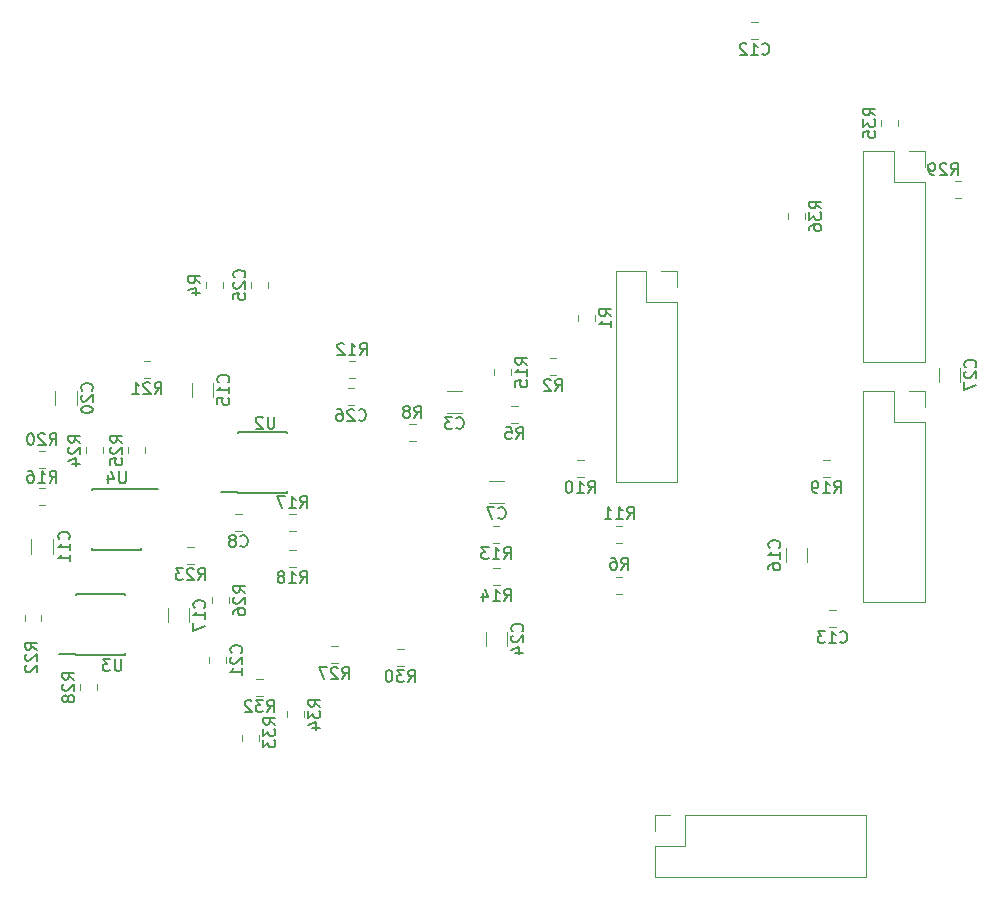
<source format=gbr>
G04 #@! TF.GenerationSoftware,KiCad,Pcbnew,(5.0.0)*
G04 #@! TF.CreationDate,2018-10-02T15:30:55-05:00*
G04 #@! TF.ProjectId,FinalDistCircuit,46696E616C4469737443697263756974,rev?*
G04 #@! TF.SameCoordinates,Original*
G04 #@! TF.FileFunction,Legend,Bot*
G04 #@! TF.FilePolarity,Positive*
%FSLAX46Y46*%
G04 Gerber Fmt 4.6, Leading zero omitted, Abs format (unit mm)*
G04 Created by KiCad (PCBNEW (5.0.0)) date 10/02/18 15:30:55*
%MOMM*%
%LPD*%
G01*
G04 APERTURE LIST*
%ADD10C,0.120000*%
%ADD11C,0.150000*%
G04 APERTURE END LIST*
D10*
G04 #@! TO.C,R28*
X61266000Y-162552748D02*
X61266000Y-163075252D01*
X62686000Y-162552748D02*
X62686000Y-163075252D01*
G04 #@! TO.C,R22*
X56567000Y-156710748D02*
X56567000Y-157233252D01*
X57987000Y-156710748D02*
X57987000Y-157233252D01*
G04 #@! TO.C,BridgeTonePot1*
X132775000Y-135315000D02*
X127575000Y-135315000D01*
X132775000Y-120015000D02*
X132775000Y-135315000D01*
X127575000Y-117415000D02*
X127575000Y-135315000D01*
X132775000Y-120015000D02*
X130175000Y-120015000D01*
X130175000Y-120015000D02*
X130175000Y-117415000D01*
X130175000Y-117415000D02*
X127575000Y-117415000D01*
X132775000Y-118745000D02*
X132775000Y-117415000D01*
X132775000Y-117415000D02*
X131445000Y-117415000D01*
G04 #@! TO.C,NeckTonePot1*
X132775000Y-137735000D02*
X131445000Y-137735000D01*
X132775000Y-139065000D02*
X132775000Y-137735000D01*
X130175000Y-137735000D02*
X127575000Y-137735000D01*
X130175000Y-140335000D02*
X130175000Y-137735000D01*
X132775000Y-140335000D02*
X130175000Y-140335000D01*
X127575000Y-137735000D02*
X127575000Y-155635000D01*
X132775000Y-140335000D02*
X132775000Y-155635000D01*
X132775000Y-155635000D02*
X127575000Y-155635000D01*
G04 #@! TO.C,BridgeVolPot1*
X111820000Y-127575000D02*
X110490000Y-127575000D01*
X111820000Y-128905000D02*
X111820000Y-127575000D01*
X109220000Y-127575000D02*
X106620000Y-127575000D01*
X109220000Y-130175000D02*
X109220000Y-127575000D01*
X111820000Y-130175000D02*
X109220000Y-130175000D01*
X106620000Y-127575000D02*
X106620000Y-145475000D01*
X111820000Y-130175000D02*
X111820000Y-145475000D01*
X111820000Y-145475000D02*
X106620000Y-145475000D01*
G04 #@! TO.C,C3*
X92361936Y-139594000D02*
X93566064Y-139594000D01*
X92361936Y-137774000D02*
X93566064Y-137774000D01*
G04 #@! TO.C,C7*
X95917936Y-145394000D02*
X97122064Y-145394000D01*
X95917936Y-147214000D02*
X97122064Y-147214000D01*
G04 #@! TO.C,C8*
X74414748Y-149554000D02*
X74937252Y-149554000D01*
X74414748Y-148134000D02*
X74937252Y-148134000D01*
G04 #@! TO.C,C11*
X57129000Y-150310436D02*
X57129000Y-151514564D01*
X58949000Y-150310436D02*
X58949000Y-151514564D01*
G04 #@! TO.C,C12*
X118102748Y-106478000D02*
X118625252Y-106478000D01*
X118102748Y-107898000D02*
X118625252Y-107898000D01*
G04 #@! TO.C,C13*
X124706748Y-156262000D02*
X125229252Y-156262000D01*
X124706748Y-157682000D02*
X125229252Y-157682000D01*
G04 #@! TO.C,C15*
X70718000Y-138233564D02*
X70718000Y-137029436D01*
X72538000Y-138233564D02*
X72538000Y-137029436D01*
G04 #@! TO.C,C16*
X121010000Y-151035936D02*
X121010000Y-152240064D01*
X122830000Y-151035936D02*
X122830000Y-152240064D01*
G04 #@! TO.C,C17*
X68686000Y-157320064D02*
X68686000Y-156115936D01*
X70506000Y-157320064D02*
X70506000Y-156115936D01*
G04 #@! TO.C,C20*
X60981000Y-138941564D02*
X60981000Y-137737436D01*
X59161000Y-138941564D02*
X59161000Y-137737436D01*
G04 #@! TO.C,C21*
X73608000Y-160789252D02*
X73608000Y-160266748D01*
X72188000Y-160789252D02*
X72188000Y-160266748D01*
G04 #@! TO.C,C24*
X97430000Y-159315564D02*
X97430000Y-158111436D01*
X95610000Y-159315564D02*
X95610000Y-158111436D01*
G04 #@! TO.C,C25*
X77164000Y-128507748D02*
X77164000Y-129030252D01*
X75744000Y-128507748D02*
X75744000Y-129030252D01*
G04 #@! TO.C,C26*
X83948748Y-138886000D02*
X84471252Y-138886000D01*
X83948748Y-137466000D02*
X84471252Y-137466000D01*
G04 #@! TO.C,C27*
X133964000Y-136963564D02*
X133964000Y-135759436D01*
X135784000Y-136963564D02*
X135784000Y-135759436D01*
G04 #@! TO.C,NeckVolumePot1*
X127822000Y-173676000D02*
X127822000Y-178876000D01*
X112522000Y-173676000D02*
X127822000Y-173676000D01*
X109922000Y-178876000D02*
X127822000Y-178876000D01*
X112522000Y-173676000D02*
X112522000Y-176276000D01*
X112522000Y-176276000D02*
X109922000Y-176276000D01*
X109922000Y-176276000D02*
X109922000Y-178876000D01*
X111252000Y-173676000D02*
X109922000Y-173676000D01*
X109922000Y-173676000D02*
X109922000Y-175006000D01*
G04 #@! TO.C,R1*
X103430000Y-131833252D02*
X103430000Y-131310748D01*
X104850000Y-131833252D02*
X104850000Y-131310748D01*
G04 #@! TO.C,R2*
X101075748Y-136346000D02*
X101598252Y-136346000D01*
X101075748Y-134926000D02*
X101598252Y-134926000D01*
G04 #@! TO.C,R4*
X73354000Y-128507748D02*
X73354000Y-129030252D01*
X71934000Y-128507748D02*
X71934000Y-129030252D01*
G04 #@! TO.C,R5*
X97782748Y-140410000D02*
X98305252Y-140410000D01*
X97782748Y-138990000D02*
X98305252Y-138990000D01*
G04 #@! TO.C,R6*
X107186252Y-153468000D02*
X106663748Y-153468000D01*
X107186252Y-154888000D02*
X106663748Y-154888000D01*
G04 #@! TO.C,R8*
X89669252Y-141934000D02*
X89146748Y-141934000D01*
X89669252Y-140514000D02*
X89146748Y-140514000D01*
G04 #@! TO.C,R10*
X103370748Y-143562000D02*
X103893252Y-143562000D01*
X103370748Y-144982000D02*
X103893252Y-144982000D01*
G04 #@! TO.C,R11*
X106663748Y-149150000D02*
X107186252Y-149150000D01*
X106663748Y-150570000D02*
X107186252Y-150570000D01*
G04 #@! TO.C,R12*
X84580252Y-135180000D02*
X84057748Y-135180000D01*
X84580252Y-136600000D02*
X84057748Y-136600000D01*
G04 #@! TO.C,R13*
X96249748Y-150570000D02*
X96772252Y-150570000D01*
X96249748Y-149150000D02*
X96772252Y-149150000D01*
G04 #@! TO.C,R14*
X96258748Y-152706000D02*
X96781252Y-152706000D01*
X96258748Y-154126000D02*
X96781252Y-154126000D01*
G04 #@! TO.C,R15*
X97738000Y-136405252D02*
X97738000Y-135882748D01*
X96318000Y-136405252D02*
X96318000Y-135882748D01*
G04 #@! TO.C,R16*
X58300252Y-145975000D02*
X57777748Y-145975000D01*
X58300252Y-147395000D02*
X57777748Y-147395000D01*
G04 #@! TO.C,R17*
X79509252Y-149554000D02*
X78986748Y-149554000D01*
X79509252Y-148134000D02*
X78986748Y-148134000D01*
G04 #@! TO.C,R18*
X78986748Y-152602000D02*
X79509252Y-152602000D01*
X78986748Y-151182000D02*
X79509252Y-151182000D01*
G04 #@! TO.C,R19*
X124198748Y-144982000D02*
X124721252Y-144982000D01*
X124198748Y-143562000D02*
X124721252Y-143562000D01*
G04 #@! TO.C,R20*
X58300252Y-142800000D02*
X57777748Y-142800000D01*
X58300252Y-144220000D02*
X57777748Y-144220000D01*
G04 #@! TO.C,R21*
X66676748Y-135180000D02*
X67199252Y-135180000D01*
X66676748Y-136600000D02*
X67199252Y-136600000D01*
G04 #@! TO.C,R23*
X70350748Y-152348000D02*
X70873252Y-152348000D01*
X70350748Y-150928000D02*
X70873252Y-150928000D01*
G04 #@! TO.C,R24*
X61774000Y-142486748D02*
X61774000Y-143009252D01*
X63194000Y-142486748D02*
X63194000Y-143009252D01*
G04 #@! TO.C,R25*
X65330000Y-142486748D02*
X65330000Y-143009252D01*
X66750000Y-142486748D02*
X66750000Y-143009252D01*
G04 #@! TO.C,R26*
X72442000Y-155709252D02*
X72442000Y-155186748D01*
X73862000Y-155709252D02*
X73862000Y-155186748D01*
G04 #@! TO.C,R27*
X82542748Y-159310000D02*
X83065252Y-159310000D01*
X82542748Y-160730000D02*
X83065252Y-160730000D01*
G04 #@! TO.C,R29*
X135888252Y-119940000D02*
X135365748Y-119940000D01*
X135888252Y-121360000D02*
X135365748Y-121360000D01*
G04 #@! TO.C,R30*
X88130748Y-159564000D02*
X88653252Y-159564000D01*
X88130748Y-160984000D02*
X88653252Y-160984000D01*
G04 #@! TO.C,R32*
X76192748Y-162104000D02*
X76715252Y-162104000D01*
X76192748Y-163524000D02*
X76715252Y-163524000D01*
G04 #@! TO.C,R33*
X74982000Y-167384252D02*
X74982000Y-166861748D01*
X76402000Y-167384252D02*
X76402000Y-166861748D01*
G04 #@! TO.C,R34*
X80212000Y-165361252D02*
X80212000Y-164838748D01*
X78792000Y-165361252D02*
X78792000Y-164838748D01*
G04 #@! TO.C,R35*
X130504000Y-114791748D02*
X130504000Y-115314252D01*
X129084000Y-114791748D02*
X129084000Y-115314252D01*
D11*
G04 #@! TO.C,U2*
X74633000Y-146289000D02*
X73233000Y-146289000D01*
X74633000Y-141189000D02*
X78783000Y-141189000D01*
X74633000Y-146339000D02*
X78783000Y-146339000D01*
X74633000Y-141189000D02*
X74633000Y-141334000D01*
X78783000Y-141189000D02*
X78783000Y-141334000D01*
X78783000Y-146339000D02*
X78783000Y-146194000D01*
X74633000Y-146339000D02*
X74633000Y-146289000D01*
G04 #@! TO.C,U3*
X60917000Y-160005000D02*
X59517000Y-160005000D01*
X60917000Y-154905000D02*
X65067000Y-154905000D01*
X60917000Y-160055000D02*
X65067000Y-160055000D01*
X60917000Y-154905000D02*
X60917000Y-155050000D01*
X65067000Y-154905000D02*
X65067000Y-155050000D01*
X65067000Y-160055000D02*
X65067000Y-159910000D01*
X60917000Y-160055000D02*
X60917000Y-160005000D01*
G04 #@! TO.C,U4*
X66464000Y-146015000D02*
X66464000Y-146065000D01*
X62314000Y-146015000D02*
X62314000Y-146160000D01*
X62314000Y-151165000D02*
X62314000Y-151020000D01*
X66464000Y-151165000D02*
X66464000Y-151020000D01*
X66464000Y-146015000D02*
X62314000Y-146015000D01*
X66464000Y-151165000D02*
X62314000Y-151165000D01*
X66464000Y-146065000D02*
X67864000Y-146065000D01*
D10*
G04 #@! TO.C,R36*
X122630000Y-123188252D02*
X122630000Y-122665748D01*
X121210000Y-123188252D02*
X121210000Y-122665748D01*
G04 #@! TO.C,R28*
D11*
X60778380Y-162171142D02*
X60302190Y-161837809D01*
X60778380Y-161599714D02*
X59778380Y-161599714D01*
X59778380Y-161980666D01*
X59826000Y-162075904D01*
X59873619Y-162123523D01*
X59968857Y-162171142D01*
X60111714Y-162171142D01*
X60206952Y-162123523D01*
X60254571Y-162075904D01*
X60302190Y-161980666D01*
X60302190Y-161599714D01*
X59873619Y-162552095D02*
X59826000Y-162599714D01*
X59778380Y-162694952D01*
X59778380Y-162933047D01*
X59826000Y-163028285D01*
X59873619Y-163075904D01*
X59968857Y-163123523D01*
X60064095Y-163123523D01*
X60206952Y-163075904D01*
X60778380Y-162504476D01*
X60778380Y-163123523D01*
X60206952Y-163694952D02*
X60159333Y-163599714D01*
X60111714Y-163552095D01*
X60016476Y-163504476D01*
X59968857Y-163504476D01*
X59873619Y-163552095D01*
X59826000Y-163599714D01*
X59778380Y-163694952D01*
X59778380Y-163885428D01*
X59826000Y-163980666D01*
X59873619Y-164028285D01*
X59968857Y-164075904D01*
X60016476Y-164075904D01*
X60111714Y-164028285D01*
X60159333Y-163980666D01*
X60206952Y-163885428D01*
X60206952Y-163694952D01*
X60254571Y-163599714D01*
X60302190Y-163552095D01*
X60397428Y-163504476D01*
X60587904Y-163504476D01*
X60683142Y-163552095D01*
X60730761Y-163599714D01*
X60778380Y-163694952D01*
X60778380Y-163885428D01*
X60730761Y-163980666D01*
X60683142Y-164028285D01*
X60587904Y-164075904D01*
X60397428Y-164075904D01*
X60302190Y-164028285D01*
X60254571Y-163980666D01*
X60206952Y-163885428D01*
G04 #@! TO.C,R22*
X57602380Y-159631142D02*
X57126190Y-159297809D01*
X57602380Y-159059714D02*
X56602380Y-159059714D01*
X56602380Y-159440666D01*
X56650000Y-159535904D01*
X56697619Y-159583523D01*
X56792857Y-159631142D01*
X56935714Y-159631142D01*
X57030952Y-159583523D01*
X57078571Y-159535904D01*
X57126190Y-159440666D01*
X57126190Y-159059714D01*
X56697619Y-160012095D02*
X56650000Y-160059714D01*
X56602380Y-160154952D01*
X56602380Y-160393047D01*
X56650000Y-160488285D01*
X56697619Y-160535904D01*
X56792857Y-160583523D01*
X56888095Y-160583523D01*
X57030952Y-160535904D01*
X57602380Y-159964476D01*
X57602380Y-160583523D01*
X56697619Y-160964476D02*
X56650000Y-161012095D01*
X56602380Y-161107333D01*
X56602380Y-161345428D01*
X56650000Y-161440666D01*
X56697619Y-161488285D01*
X56792857Y-161535904D01*
X56888095Y-161535904D01*
X57030952Y-161488285D01*
X57602380Y-160916857D01*
X57602380Y-161535904D01*
G04 #@! TO.C,C3*
X93130666Y-140861142D02*
X93178285Y-140908761D01*
X93321142Y-140956380D01*
X93416380Y-140956380D01*
X93559238Y-140908761D01*
X93654476Y-140813523D01*
X93702095Y-140718285D01*
X93749714Y-140527809D01*
X93749714Y-140384952D01*
X93702095Y-140194476D01*
X93654476Y-140099238D01*
X93559238Y-140004000D01*
X93416380Y-139956380D01*
X93321142Y-139956380D01*
X93178285Y-140004000D01*
X93130666Y-140051619D01*
X92797333Y-139956380D02*
X92178285Y-139956380D01*
X92511619Y-140337333D01*
X92368761Y-140337333D01*
X92273523Y-140384952D01*
X92225904Y-140432571D01*
X92178285Y-140527809D01*
X92178285Y-140765904D01*
X92225904Y-140861142D01*
X92273523Y-140908761D01*
X92368761Y-140956380D01*
X92654476Y-140956380D01*
X92749714Y-140908761D01*
X92797333Y-140861142D01*
G04 #@! TO.C,C7*
X96686666Y-148481142D02*
X96734285Y-148528761D01*
X96877142Y-148576380D01*
X96972380Y-148576380D01*
X97115238Y-148528761D01*
X97210476Y-148433523D01*
X97258095Y-148338285D01*
X97305714Y-148147809D01*
X97305714Y-148004952D01*
X97258095Y-147814476D01*
X97210476Y-147719238D01*
X97115238Y-147624000D01*
X96972380Y-147576380D01*
X96877142Y-147576380D01*
X96734285Y-147624000D01*
X96686666Y-147671619D01*
X96353333Y-147576380D02*
X95686666Y-147576380D01*
X96115238Y-148576380D01*
G04 #@! TO.C,C8*
X74842666Y-150851142D02*
X74890285Y-150898761D01*
X75033142Y-150946380D01*
X75128380Y-150946380D01*
X75271238Y-150898761D01*
X75366476Y-150803523D01*
X75414095Y-150708285D01*
X75461714Y-150517809D01*
X75461714Y-150374952D01*
X75414095Y-150184476D01*
X75366476Y-150089238D01*
X75271238Y-149994000D01*
X75128380Y-149946380D01*
X75033142Y-149946380D01*
X74890285Y-149994000D01*
X74842666Y-150041619D01*
X74271238Y-150374952D02*
X74366476Y-150327333D01*
X74414095Y-150279714D01*
X74461714Y-150184476D01*
X74461714Y-150136857D01*
X74414095Y-150041619D01*
X74366476Y-149994000D01*
X74271238Y-149946380D01*
X74080761Y-149946380D01*
X73985523Y-149994000D01*
X73937904Y-150041619D01*
X73890285Y-150136857D01*
X73890285Y-150184476D01*
X73937904Y-150279714D01*
X73985523Y-150327333D01*
X74080761Y-150374952D01*
X74271238Y-150374952D01*
X74366476Y-150422571D01*
X74414095Y-150470190D01*
X74461714Y-150565428D01*
X74461714Y-150755904D01*
X74414095Y-150851142D01*
X74366476Y-150898761D01*
X74271238Y-150946380D01*
X74080761Y-150946380D01*
X73985523Y-150898761D01*
X73937904Y-150851142D01*
X73890285Y-150755904D01*
X73890285Y-150565428D01*
X73937904Y-150470190D01*
X73985523Y-150422571D01*
X74080761Y-150374952D01*
G04 #@! TO.C,C11*
X60301142Y-150269642D02*
X60348761Y-150222023D01*
X60396380Y-150079166D01*
X60396380Y-149983928D01*
X60348761Y-149841071D01*
X60253523Y-149745833D01*
X60158285Y-149698214D01*
X59967809Y-149650595D01*
X59824952Y-149650595D01*
X59634476Y-149698214D01*
X59539238Y-149745833D01*
X59444000Y-149841071D01*
X59396380Y-149983928D01*
X59396380Y-150079166D01*
X59444000Y-150222023D01*
X59491619Y-150269642D01*
X60396380Y-151222023D02*
X60396380Y-150650595D01*
X60396380Y-150936309D02*
X59396380Y-150936309D01*
X59539238Y-150841071D01*
X59634476Y-150745833D01*
X59682095Y-150650595D01*
X60396380Y-152174404D02*
X60396380Y-151602976D01*
X60396380Y-151888690D02*
X59396380Y-151888690D01*
X59539238Y-151793452D01*
X59634476Y-151698214D01*
X59682095Y-151602976D01*
G04 #@! TO.C,C12*
X119006857Y-109195142D02*
X119054476Y-109242761D01*
X119197333Y-109290380D01*
X119292571Y-109290380D01*
X119435428Y-109242761D01*
X119530666Y-109147523D01*
X119578285Y-109052285D01*
X119625904Y-108861809D01*
X119625904Y-108718952D01*
X119578285Y-108528476D01*
X119530666Y-108433238D01*
X119435428Y-108338000D01*
X119292571Y-108290380D01*
X119197333Y-108290380D01*
X119054476Y-108338000D01*
X119006857Y-108385619D01*
X118054476Y-109290380D02*
X118625904Y-109290380D01*
X118340190Y-109290380D02*
X118340190Y-108290380D01*
X118435428Y-108433238D01*
X118530666Y-108528476D01*
X118625904Y-108576095D01*
X117673523Y-108385619D02*
X117625904Y-108338000D01*
X117530666Y-108290380D01*
X117292571Y-108290380D01*
X117197333Y-108338000D01*
X117149714Y-108385619D01*
X117102095Y-108480857D01*
X117102095Y-108576095D01*
X117149714Y-108718952D01*
X117721142Y-109290380D01*
X117102095Y-109290380D01*
G04 #@! TO.C,C13*
X125610857Y-158979142D02*
X125658476Y-159026761D01*
X125801333Y-159074380D01*
X125896571Y-159074380D01*
X126039428Y-159026761D01*
X126134666Y-158931523D01*
X126182285Y-158836285D01*
X126229904Y-158645809D01*
X126229904Y-158502952D01*
X126182285Y-158312476D01*
X126134666Y-158217238D01*
X126039428Y-158122000D01*
X125896571Y-158074380D01*
X125801333Y-158074380D01*
X125658476Y-158122000D01*
X125610857Y-158169619D01*
X124658476Y-159074380D02*
X125229904Y-159074380D01*
X124944190Y-159074380D02*
X124944190Y-158074380D01*
X125039428Y-158217238D01*
X125134666Y-158312476D01*
X125229904Y-158360095D01*
X124325142Y-158074380D02*
X123706095Y-158074380D01*
X124039428Y-158455333D01*
X123896571Y-158455333D01*
X123801333Y-158502952D01*
X123753714Y-158550571D01*
X123706095Y-158645809D01*
X123706095Y-158883904D01*
X123753714Y-158979142D01*
X123801333Y-159026761D01*
X123896571Y-159074380D01*
X124182285Y-159074380D01*
X124277523Y-159026761D01*
X124325142Y-158979142D01*
G04 #@! TO.C,C15*
X73805142Y-136988642D02*
X73852761Y-136941023D01*
X73900380Y-136798166D01*
X73900380Y-136702928D01*
X73852761Y-136560071D01*
X73757523Y-136464833D01*
X73662285Y-136417214D01*
X73471809Y-136369595D01*
X73328952Y-136369595D01*
X73138476Y-136417214D01*
X73043238Y-136464833D01*
X72948000Y-136560071D01*
X72900380Y-136702928D01*
X72900380Y-136798166D01*
X72948000Y-136941023D01*
X72995619Y-136988642D01*
X73900380Y-137941023D02*
X73900380Y-137369595D01*
X73900380Y-137655309D02*
X72900380Y-137655309D01*
X73043238Y-137560071D01*
X73138476Y-137464833D01*
X73186095Y-137369595D01*
X72900380Y-138845785D02*
X72900380Y-138369595D01*
X73376571Y-138321976D01*
X73328952Y-138369595D01*
X73281333Y-138464833D01*
X73281333Y-138702928D01*
X73328952Y-138798166D01*
X73376571Y-138845785D01*
X73471809Y-138893404D01*
X73709904Y-138893404D01*
X73805142Y-138845785D01*
X73852761Y-138798166D01*
X73900380Y-138702928D01*
X73900380Y-138464833D01*
X73852761Y-138369595D01*
X73805142Y-138321976D01*
G04 #@! TO.C,C16*
X120457142Y-150995142D02*
X120504761Y-150947523D01*
X120552380Y-150804666D01*
X120552380Y-150709428D01*
X120504761Y-150566571D01*
X120409523Y-150471333D01*
X120314285Y-150423714D01*
X120123809Y-150376095D01*
X119980952Y-150376095D01*
X119790476Y-150423714D01*
X119695238Y-150471333D01*
X119600000Y-150566571D01*
X119552380Y-150709428D01*
X119552380Y-150804666D01*
X119600000Y-150947523D01*
X119647619Y-150995142D01*
X120552380Y-151947523D02*
X120552380Y-151376095D01*
X120552380Y-151661809D02*
X119552380Y-151661809D01*
X119695238Y-151566571D01*
X119790476Y-151471333D01*
X119838095Y-151376095D01*
X119552380Y-152804666D02*
X119552380Y-152614190D01*
X119600000Y-152518952D01*
X119647619Y-152471333D01*
X119790476Y-152376095D01*
X119980952Y-152328476D01*
X120361904Y-152328476D01*
X120457142Y-152376095D01*
X120504761Y-152423714D01*
X120552380Y-152518952D01*
X120552380Y-152709428D01*
X120504761Y-152804666D01*
X120457142Y-152852285D01*
X120361904Y-152899904D01*
X120123809Y-152899904D01*
X120028571Y-152852285D01*
X119980952Y-152804666D01*
X119933333Y-152709428D01*
X119933333Y-152518952D01*
X119980952Y-152423714D01*
X120028571Y-152376095D01*
X120123809Y-152328476D01*
G04 #@! TO.C,C17*
X71773142Y-156075142D02*
X71820761Y-156027523D01*
X71868380Y-155884666D01*
X71868380Y-155789428D01*
X71820761Y-155646571D01*
X71725523Y-155551333D01*
X71630285Y-155503714D01*
X71439809Y-155456095D01*
X71296952Y-155456095D01*
X71106476Y-155503714D01*
X71011238Y-155551333D01*
X70916000Y-155646571D01*
X70868380Y-155789428D01*
X70868380Y-155884666D01*
X70916000Y-156027523D01*
X70963619Y-156075142D01*
X71868380Y-157027523D02*
X71868380Y-156456095D01*
X71868380Y-156741809D02*
X70868380Y-156741809D01*
X71011238Y-156646571D01*
X71106476Y-156551333D01*
X71154095Y-156456095D01*
X70868380Y-157360857D02*
X70868380Y-158027523D01*
X71868380Y-157598952D01*
G04 #@! TO.C,C20*
X62248142Y-137696642D02*
X62295761Y-137649023D01*
X62343380Y-137506166D01*
X62343380Y-137410928D01*
X62295761Y-137268071D01*
X62200523Y-137172833D01*
X62105285Y-137125214D01*
X61914809Y-137077595D01*
X61771952Y-137077595D01*
X61581476Y-137125214D01*
X61486238Y-137172833D01*
X61391000Y-137268071D01*
X61343380Y-137410928D01*
X61343380Y-137506166D01*
X61391000Y-137649023D01*
X61438619Y-137696642D01*
X61438619Y-138077595D02*
X61391000Y-138125214D01*
X61343380Y-138220452D01*
X61343380Y-138458547D01*
X61391000Y-138553785D01*
X61438619Y-138601404D01*
X61533857Y-138649023D01*
X61629095Y-138649023D01*
X61771952Y-138601404D01*
X62343380Y-138029976D01*
X62343380Y-138649023D01*
X61343380Y-139268071D02*
X61343380Y-139363309D01*
X61391000Y-139458547D01*
X61438619Y-139506166D01*
X61533857Y-139553785D01*
X61724333Y-139601404D01*
X61962428Y-139601404D01*
X62152904Y-139553785D01*
X62248142Y-139506166D01*
X62295761Y-139458547D01*
X62343380Y-139363309D01*
X62343380Y-139268071D01*
X62295761Y-139172833D01*
X62248142Y-139125214D01*
X62152904Y-139077595D01*
X61962428Y-139029976D01*
X61724333Y-139029976D01*
X61533857Y-139077595D01*
X61438619Y-139125214D01*
X61391000Y-139172833D01*
X61343380Y-139268071D01*
G04 #@! TO.C,C21*
X74905142Y-159885142D02*
X74952761Y-159837523D01*
X75000380Y-159694666D01*
X75000380Y-159599428D01*
X74952761Y-159456571D01*
X74857523Y-159361333D01*
X74762285Y-159313714D01*
X74571809Y-159266095D01*
X74428952Y-159266095D01*
X74238476Y-159313714D01*
X74143238Y-159361333D01*
X74048000Y-159456571D01*
X74000380Y-159599428D01*
X74000380Y-159694666D01*
X74048000Y-159837523D01*
X74095619Y-159885142D01*
X74095619Y-160266095D02*
X74048000Y-160313714D01*
X74000380Y-160408952D01*
X74000380Y-160647047D01*
X74048000Y-160742285D01*
X74095619Y-160789904D01*
X74190857Y-160837523D01*
X74286095Y-160837523D01*
X74428952Y-160789904D01*
X75000380Y-160218476D01*
X75000380Y-160837523D01*
X75000380Y-161789904D02*
X75000380Y-161218476D01*
X75000380Y-161504190D02*
X74000380Y-161504190D01*
X74143238Y-161408952D01*
X74238476Y-161313714D01*
X74286095Y-161218476D01*
G04 #@! TO.C,C24*
X98697142Y-158070642D02*
X98744761Y-158023023D01*
X98792380Y-157880166D01*
X98792380Y-157784928D01*
X98744761Y-157642071D01*
X98649523Y-157546833D01*
X98554285Y-157499214D01*
X98363809Y-157451595D01*
X98220952Y-157451595D01*
X98030476Y-157499214D01*
X97935238Y-157546833D01*
X97840000Y-157642071D01*
X97792380Y-157784928D01*
X97792380Y-157880166D01*
X97840000Y-158023023D01*
X97887619Y-158070642D01*
X97887619Y-158451595D02*
X97840000Y-158499214D01*
X97792380Y-158594452D01*
X97792380Y-158832547D01*
X97840000Y-158927785D01*
X97887619Y-158975404D01*
X97982857Y-159023023D01*
X98078095Y-159023023D01*
X98220952Y-158975404D01*
X98792380Y-158403976D01*
X98792380Y-159023023D01*
X98125714Y-159880166D02*
X98792380Y-159880166D01*
X97744761Y-159642071D02*
X98459047Y-159403976D01*
X98459047Y-160023023D01*
G04 #@! TO.C,C25*
X75161142Y-128126142D02*
X75208761Y-128078523D01*
X75256380Y-127935666D01*
X75256380Y-127840428D01*
X75208761Y-127697571D01*
X75113523Y-127602333D01*
X75018285Y-127554714D01*
X74827809Y-127507095D01*
X74684952Y-127507095D01*
X74494476Y-127554714D01*
X74399238Y-127602333D01*
X74304000Y-127697571D01*
X74256380Y-127840428D01*
X74256380Y-127935666D01*
X74304000Y-128078523D01*
X74351619Y-128126142D01*
X74351619Y-128507095D02*
X74304000Y-128554714D01*
X74256380Y-128649952D01*
X74256380Y-128888047D01*
X74304000Y-128983285D01*
X74351619Y-129030904D01*
X74446857Y-129078523D01*
X74542095Y-129078523D01*
X74684952Y-129030904D01*
X75256380Y-128459476D01*
X75256380Y-129078523D01*
X74256380Y-129983285D02*
X74256380Y-129507095D01*
X74732571Y-129459476D01*
X74684952Y-129507095D01*
X74637333Y-129602333D01*
X74637333Y-129840428D01*
X74684952Y-129935666D01*
X74732571Y-129983285D01*
X74827809Y-130030904D01*
X75065904Y-130030904D01*
X75161142Y-129983285D01*
X75208761Y-129935666D01*
X75256380Y-129840428D01*
X75256380Y-129602333D01*
X75208761Y-129507095D01*
X75161142Y-129459476D01*
G04 #@! TO.C,C26*
X84852857Y-140183142D02*
X84900476Y-140230761D01*
X85043333Y-140278380D01*
X85138571Y-140278380D01*
X85281428Y-140230761D01*
X85376666Y-140135523D01*
X85424285Y-140040285D01*
X85471904Y-139849809D01*
X85471904Y-139706952D01*
X85424285Y-139516476D01*
X85376666Y-139421238D01*
X85281428Y-139326000D01*
X85138571Y-139278380D01*
X85043333Y-139278380D01*
X84900476Y-139326000D01*
X84852857Y-139373619D01*
X84471904Y-139373619D02*
X84424285Y-139326000D01*
X84329047Y-139278380D01*
X84090952Y-139278380D01*
X83995714Y-139326000D01*
X83948095Y-139373619D01*
X83900476Y-139468857D01*
X83900476Y-139564095D01*
X83948095Y-139706952D01*
X84519523Y-140278380D01*
X83900476Y-140278380D01*
X83043333Y-139278380D02*
X83233809Y-139278380D01*
X83329047Y-139326000D01*
X83376666Y-139373619D01*
X83471904Y-139516476D01*
X83519523Y-139706952D01*
X83519523Y-140087904D01*
X83471904Y-140183142D01*
X83424285Y-140230761D01*
X83329047Y-140278380D01*
X83138571Y-140278380D01*
X83043333Y-140230761D01*
X82995714Y-140183142D01*
X82948095Y-140087904D01*
X82948095Y-139849809D01*
X82995714Y-139754571D01*
X83043333Y-139706952D01*
X83138571Y-139659333D01*
X83329047Y-139659333D01*
X83424285Y-139706952D01*
X83471904Y-139754571D01*
X83519523Y-139849809D01*
G04 #@! TO.C,C27*
X137051142Y-135718642D02*
X137098761Y-135671023D01*
X137146380Y-135528166D01*
X137146380Y-135432928D01*
X137098761Y-135290071D01*
X137003523Y-135194833D01*
X136908285Y-135147214D01*
X136717809Y-135099595D01*
X136574952Y-135099595D01*
X136384476Y-135147214D01*
X136289238Y-135194833D01*
X136194000Y-135290071D01*
X136146380Y-135432928D01*
X136146380Y-135528166D01*
X136194000Y-135671023D01*
X136241619Y-135718642D01*
X136241619Y-136099595D02*
X136194000Y-136147214D01*
X136146380Y-136242452D01*
X136146380Y-136480547D01*
X136194000Y-136575785D01*
X136241619Y-136623404D01*
X136336857Y-136671023D01*
X136432095Y-136671023D01*
X136574952Y-136623404D01*
X137146380Y-136051976D01*
X137146380Y-136671023D01*
X136146380Y-137004357D02*
X136146380Y-137671023D01*
X137146380Y-137242452D01*
G04 #@! TO.C,R1*
X106242380Y-131405333D02*
X105766190Y-131072000D01*
X106242380Y-130833904D02*
X105242380Y-130833904D01*
X105242380Y-131214857D01*
X105290000Y-131310095D01*
X105337619Y-131357714D01*
X105432857Y-131405333D01*
X105575714Y-131405333D01*
X105670952Y-131357714D01*
X105718571Y-131310095D01*
X105766190Y-131214857D01*
X105766190Y-130833904D01*
X106242380Y-132357714D02*
X106242380Y-131786285D01*
X106242380Y-132072000D02*
X105242380Y-132072000D01*
X105385238Y-131976761D01*
X105480476Y-131881523D01*
X105528095Y-131786285D01*
G04 #@! TO.C,R2*
X101503666Y-137738380D02*
X101837000Y-137262190D01*
X102075095Y-137738380D02*
X102075095Y-136738380D01*
X101694142Y-136738380D01*
X101598904Y-136786000D01*
X101551285Y-136833619D01*
X101503666Y-136928857D01*
X101503666Y-137071714D01*
X101551285Y-137166952D01*
X101598904Y-137214571D01*
X101694142Y-137262190D01*
X102075095Y-137262190D01*
X101122714Y-136833619D02*
X101075095Y-136786000D01*
X100979857Y-136738380D01*
X100741761Y-136738380D01*
X100646523Y-136786000D01*
X100598904Y-136833619D01*
X100551285Y-136928857D01*
X100551285Y-137024095D01*
X100598904Y-137166952D01*
X101170333Y-137738380D01*
X100551285Y-137738380D01*
G04 #@! TO.C,R4*
X71446380Y-128602333D02*
X70970190Y-128269000D01*
X71446380Y-128030904D02*
X70446380Y-128030904D01*
X70446380Y-128411857D01*
X70494000Y-128507095D01*
X70541619Y-128554714D01*
X70636857Y-128602333D01*
X70779714Y-128602333D01*
X70874952Y-128554714D01*
X70922571Y-128507095D01*
X70970190Y-128411857D01*
X70970190Y-128030904D01*
X70779714Y-129459476D02*
X71446380Y-129459476D01*
X70398761Y-129221380D02*
X71113047Y-128983285D01*
X71113047Y-129602333D01*
G04 #@! TO.C,R5*
X98210666Y-141802380D02*
X98544000Y-141326190D01*
X98782095Y-141802380D02*
X98782095Y-140802380D01*
X98401142Y-140802380D01*
X98305904Y-140850000D01*
X98258285Y-140897619D01*
X98210666Y-140992857D01*
X98210666Y-141135714D01*
X98258285Y-141230952D01*
X98305904Y-141278571D01*
X98401142Y-141326190D01*
X98782095Y-141326190D01*
X97305904Y-140802380D02*
X97782095Y-140802380D01*
X97829714Y-141278571D01*
X97782095Y-141230952D01*
X97686857Y-141183333D01*
X97448761Y-141183333D01*
X97353523Y-141230952D01*
X97305904Y-141278571D01*
X97258285Y-141373809D01*
X97258285Y-141611904D01*
X97305904Y-141707142D01*
X97353523Y-141754761D01*
X97448761Y-141802380D01*
X97686857Y-141802380D01*
X97782095Y-141754761D01*
X97829714Y-141707142D01*
G04 #@! TO.C,R6*
X107091666Y-152852380D02*
X107425000Y-152376190D01*
X107663095Y-152852380D02*
X107663095Y-151852380D01*
X107282142Y-151852380D01*
X107186904Y-151900000D01*
X107139285Y-151947619D01*
X107091666Y-152042857D01*
X107091666Y-152185714D01*
X107139285Y-152280952D01*
X107186904Y-152328571D01*
X107282142Y-152376190D01*
X107663095Y-152376190D01*
X106234523Y-151852380D02*
X106425000Y-151852380D01*
X106520238Y-151900000D01*
X106567857Y-151947619D01*
X106663095Y-152090476D01*
X106710714Y-152280952D01*
X106710714Y-152661904D01*
X106663095Y-152757142D01*
X106615476Y-152804761D01*
X106520238Y-152852380D01*
X106329761Y-152852380D01*
X106234523Y-152804761D01*
X106186904Y-152757142D01*
X106139285Y-152661904D01*
X106139285Y-152423809D01*
X106186904Y-152328571D01*
X106234523Y-152280952D01*
X106329761Y-152233333D01*
X106520238Y-152233333D01*
X106615476Y-152280952D01*
X106663095Y-152328571D01*
X106710714Y-152423809D01*
G04 #@! TO.C,R8*
X89574666Y-140026380D02*
X89908000Y-139550190D01*
X90146095Y-140026380D02*
X90146095Y-139026380D01*
X89765142Y-139026380D01*
X89669904Y-139074000D01*
X89622285Y-139121619D01*
X89574666Y-139216857D01*
X89574666Y-139359714D01*
X89622285Y-139454952D01*
X89669904Y-139502571D01*
X89765142Y-139550190D01*
X90146095Y-139550190D01*
X89003238Y-139454952D02*
X89098476Y-139407333D01*
X89146095Y-139359714D01*
X89193714Y-139264476D01*
X89193714Y-139216857D01*
X89146095Y-139121619D01*
X89098476Y-139074000D01*
X89003238Y-139026380D01*
X88812761Y-139026380D01*
X88717523Y-139074000D01*
X88669904Y-139121619D01*
X88622285Y-139216857D01*
X88622285Y-139264476D01*
X88669904Y-139359714D01*
X88717523Y-139407333D01*
X88812761Y-139454952D01*
X89003238Y-139454952D01*
X89098476Y-139502571D01*
X89146095Y-139550190D01*
X89193714Y-139645428D01*
X89193714Y-139835904D01*
X89146095Y-139931142D01*
X89098476Y-139978761D01*
X89003238Y-140026380D01*
X88812761Y-140026380D01*
X88717523Y-139978761D01*
X88669904Y-139931142D01*
X88622285Y-139835904D01*
X88622285Y-139645428D01*
X88669904Y-139550190D01*
X88717523Y-139502571D01*
X88812761Y-139454952D01*
G04 #@! TO.C,R10*
X104274857Y-146374380D02*
X104608190Y-145898190D01*
X104846285Y-146374380D02*
X104846285Y-145374380D01*
X104465333Y-145374380D01*
X104370095Y-145422000D01*
X104322476Y-145469619D01*
X104274857Y-145564857D01*
X104274857Y-145707714D01*
X104322476Y-145802952D01*
X104370095Y-145850571D01*
X104465333Y-145898190D01*
X104846285Y-145898190D01*
X103322476Y-146374380D02*
X103893904Y-146374380D01*
X103608190Y-146374380D02*
X103608190Y-145374380D01*
X103703428Y-145517238D01*
X103798666Y-145612476D01*
X103893904Y-145660095D01*
X102703428Y-145374380D02*
X102608190Y-145374380D01*
X102512952Y-145422000D01*
X102465333Y-145469619D01*
X102417714Y-145564857D01*
X102370095Y-145755333D01*
X102370095Y-145993428D01*
X102417714Y-146183904D01*
X102465333Y-146279142D01*
X102512952Y-146326761D01*
X102608190Y-146374380D01*
X102703428Y-146374380D01*
X102798666Y-146326761D01*
X102846285Y-146279142D01*
X102893904Y-146183904D01*
X102941523Y-145993428D01*
X102941523Y-145755333D01*
X102893904Y-145564857D01*
X102846285Y-145469619D01*
X102798666Y-145422000D01*
X102703428Y-145374380D01*
G04 #@! TO.C,R11*
X107576857Y-148534380D02*
X107910190Y-148058190D01*
X108148285Y-148534380D02*
X108148285Y-147534380D01*
X107767333Y-147534380D01*
X107672095Y-147582000D01*
X107624476Y-147629619D01*
X107576857Y-147724857D01*
X107576857Y-147867714D01*
X107624476Y-147962952D01*
X107672095Y-148010571D01*
X107767333Y-148058190D01*
X108148285Y-148058190D01*
X106624476Y-148534380D02*
X107195904Y-148534380D01*
X106910190Y-148534380D02*
X106910190Y-147534380D01*
X107005428Y-147677238D01*
X107100666Y-147772476D01*
X107195904Y-147820095D01*
X105672095Y-148534380D02*
X106243523Y-148534380D01*
X105957809Y-148534380D02*
X105957809Y-147534380D01*
X106053047Y-147677238D01*
X106148285Y-147772476D01*
X106243523Y-147820095D01*
G04 #@! TO.C,R12*
X84961857Y-134692380D02*
X85295190Y-134216190D01*
X85533285Y-134692380D02*
X85533285Y-133692380D01*
X85152333Y-133692380D01*
X85057095Y-133740000D01*
X85009476Y-133787619D01*
X84961857Y-133882857D01*
X84961857Y-134025714D01*
X85009476Y-134120952D01*
X85057095Y-134168571D01*
X85152333Y-134216190D01*
X85533285Y-134216190D01*
X84009476Y-134692380D02*
X84580904Y-134692380D01*
X84295190Y-134692380D02*
X84295190Y-133692380D01*
X84390428Y-133835238D01*
X84485666Y-133930476D01*
X84580904Y-133978095D01*
X83628523Y-133787619D02*
X83580904Y-133740000D01*
X83485666Y-133692380D01*
X83247571Y-133692380D01*
X83152333Y-133740000D01*
X83104714Y-133787619D01*
X83057095Y-133882857D01*
X83057095Y-133978095D01*
X83104714Y-134120952D01*
X83676142Y-134692380D01*
X83057095Y-134692380D01*
G04 #@! TO.C,R13*
X97153857Y-151962380D02*
X97487190Y-151486190D01*
X97725285Y-151962380D02*
X97725285Y-150962380D01*
X97344333Y-150962380D01*
X97249095Y-151010000D01*
X97201476Y-151057619D01*
X97153857Y-151152857D01*
X97153857Y-151295714D01*
X97201476Y-151390952D01*
X97249095Y-151438571D01*
X97344333Y-151486190D01*
X97725285Y-151486190D01*
X96201476Y-151962380D02*
X96772904Y-151962380D01*
X96487190Y-151962380D02*
X96487190Y-150962380D01*
X96582428Y-151105238D01*
X96677666Y-151200476D01*
X96772904Y-151248095D01*
X95868142Y-150962380D02*
X95249095Y-150962380D01*
X95582428Y-151343333D01*
X95439571Y-151343333D01*
X95344333Y-151390952D01*
X95296714Y-151438571D01*
X95249095Y-151533809D01*
X95249095Y-151771904D01*
X95296714Y-151867142D01*
X95344333Y-151914761D01*
X95439571Y-151962380D01*
X95725285Y-151962380D01*
X95820523Y-151914761D01*
X95868142Y-151867142D01*
G04 #@! TO.C,R14*
X97162857Y-155518380D02*
X97496190Y-155042190D01*
X97734285Y-155518380D02*
X97734285Y-154518380D01*
X97353333Y-154518380D01*
X97258095Y-154566000D01*
X97210476Y-154613619D01*
X97162857Y-154708857D01*
X97162857Y-154851714D01*
X97210476Y-154946952D01*
X97258095Y-154994571D01*
X97353333Y-155042190D01*
X97734285Y-155042190D01*
X96210476Y-155518380D02*
X96781904Y-155518380D01*
X96496190Y-155518380D02*
X96496190Y-154518380D01*
X96591428Y-154661238D01*
X96686666Y-154756476D01*
X96781904Y-154804095D01*
X95353333Y-154851714D02*
X95353333Y-155518380D01*
X95591428Y-154470761D02*
X95829523Y-155185047D01*
X95210476Y-155185047D01*
G04 #@! TO.C,R15*
X99130380Y-135501142D02*
X98654190Y-135167809D01*
X99130380Y-134929714D02*
X98130380Y-134929714D01*
X98130380Y-135310666D01*
X98178000Y-135405904D01*
X98225619Y-135453523D01*
X98320857Y-135501142D01*
X98463714Y-135501142D01*
X98558952Y-135453523D01*
X98606571Y-135405904D01*
X98654190Y-135310666D01*
X98654190Y-134929714D01*
X99130380Y-136453523D02*
X99130380Y-135882095D01*
X99130380Y-136167809D02*
X98130380Y-136167809D01*
X98273238Y-136072571D01*
X98368476Y-135977333D01*
X98416095Y-135882095D01*
X98130380Y-137358285D02*
X98130380Y-136882095D01*
X98606571Y-136834476D01*
X98558952Y-136882095D01*
X98511333Y-136977333D01*
X98511333Y-137215428D01*
X98558952Y-137310666D01*
X98606571Y-137358285D01*
X98701809Y-137405904D01*
X98939904Y-137405904D01*
X99035142Y-137358285D01*
X99082761Y-137310666D01*
X99130380Y-137215428D01*
X99130380Y-136977333D01*
X99082761Y-136882095D01*
X99035142Y-136834476D01*
G04 #@! TO.C,R16*
X58681857Y-145487380D02*
X59015190Y-145011190D01*
X59253285Y-145487380D02*
X59253285Y-144487380D01*
X58872333Y-144487380D01*
X58777095Y-144535000D01*
X58729476Y-144582619D01*
X58681857Y-144677857D01*
X58681857Y-144820714D01*
X58729476Y-144915952D01*
X58777095Y-144963571D01*
X58872333Y-145011190D01*
X59253285Y-145011190D01*
X57729476Y-145487380D02*
X58300904Y-145487380D01*
X58015190Y-145487380D02*
X58015190Y-144487380D01*
X58110428Y-144630238D01*
X58205666Y-144725476D01*
X58300904Y-144773095D01*
X56872333Y-144487380D02*
X57062809Y-144487380D01*
X57158047Y-144535000D01*
X57205666Y-144582619D01*
X57300904Y-144725476D01*
X57348523Y-144915952D01*
X57348523Y-145296904D01*
X57300904Y-145392142D01*
X57253285Y-145439761D01*
X57158047Y-145487380D01*
X56967571Y-145487380D01*
X56872333Y-145439761D01*
X56824714Y-145392142D01*
X56777095Y-145296904D01*
X56777095Y-145058809D01*
X56824714Y-144963571D01*
X56872333Y-144915952D01*
X56967571Y-144868333D01*
X57158047Y-144868333D01*
X57253285Y-144915952D01*
X57300904Y-144963571D01*
X57348523Y-145058809D01*
G04 #@! TO.C,R17*
X79890857Y-147646380D02*
X80224190Y-147170190D01*
X80462285Y-147646380D02*
X80462285Y-146646380D01*
X80081333Y-146646380D01*
X79986095Y-146694000D01*
X79938476Y-146741619D01*
X79890857Y-146836857D01*
X79890857Y-146979714D01*
X79938476Y-147074952D01*
X79986095Y-147122571D01*
X80081333Y-147170190D01*
X80462285Y-147170190D01*
X78938476Y-147646380D02*
X79509904Y-147646380D01*
X79224190Y-147646380D02*
X79224190Y-146646380D01*
X79319428Y-146789238D01*
X79414666Y-146884476D01*
X79509904Y-146932095D01*
X78605142Y-146646380D02*
X77938476Y-146646380D01*
X78367047Y-147646380D01*
G04 #@! TO.C,R18*
X79890857Y-153994380D02*
X80224190Y-153518190D01*
X80462285Y-153994380D02*
X80462285Y-152994380D01*
X80081333Y-152994380D01*
X79986095Y-153042000D01*
X79938476Y-153089619D01*
X79890857Y-153184857D01*
X79890857Y-153327714D01*
X79938476Y-153422952D01*
X79986095Y-153470571D01*
X80081333Y-153518190D01*
X80462285Y-153518190D01*
X78938476Y-153994380D02*
X79509904Y-153994380D01*
X79224190Y-153994380D02*
X79224190Y-152994380D01*
X79319428Y-153137238D01*
X79414666Y-153232476D01*
X79509904Y-153280095D01*
X78367047Y-153422952D02*
X78462285Y-153375333D01*
X78509904Y-153327714D01*
X78557523Y-153232476D01*
X78557523Y-153184857D01*
X78509904Y-153089619D01*
X78462285Y-153042000D01*
X78367047Y-152994380D01*
X78176571Y-152994380D01*
X78081333Y-153042000D01*
X78033714Y-153089619D01*
X77986095Y-153184857D01*
X77986095Y-153232476D01*
X78033714Y-153327714D01*
X78081333Y-153375333D01*
X78176571Y-153422952D01*
X78367047Y-153422952D01*
X78462285Y-153470571D01*
X78509904Y-153518190D01*
X78557523Y-153613428D01*
X78557523Y-153803904D01*
X78509904Y-153899142D01*
X78462285Y-153946761D01*
X78367047Y-153994380D01*
X78176571Y-153994380D01*
X78081333Y-153946761D01*
X78033714Y-153899142D01*
X77986095Y-153803904D01*
X77986095Y-153613428D01*
X78033714Y-153518190D01*
X78081333Y-153470571D01*
X78176571Y-153422952D01*
G04 #@! TO.C,R19*
X125102857Y-146374380D02*
X125436190Y-145898190D01*
X125674285Y-146374380D02*
X125674285Y-145374380D01*
X125293333Y-145374380D01*
X125198095Y-145422000D01*
X125150476Y-145469619D01*
X125102857Y-145564857D01*
X125102857Y-145707714D01*
X125150476Y-145802952D01*
X125198095Y-145850571D01*
X125293333Y-145898190D01*
X125674285Y-145898190D01*
X124150476Y-146374380D02*
X124721904Y-146374380D01*
X124436190Y-146374380D02*
X124436190Y-145374380D01*
X124531428Y-145517238D01*
X124626666Y-145612476D01*
X124721904Y-145660095D01*
X123674285Y-146374380D02*
X123483809Y-146374380D01*
X123388571Y-146326761D01*
X123340952Y-146279142D01*
X123245714Y-146136285D01*
X123198095Y-145945809D01*
X123198095Y-145564857D01*
X123245714Y-145469619D01*
X123293333Y-145422000D01*
X123388571Y-145374380D01*
X123579047Y-145374380D01*
X123674285Y-145422000D01*
X123721904Y-145469619D01*
X123769523Y-145564857D01*
X123769523Y-145802952D01*
X123721904Y-145898190D01*
X123674285Y-145945809D01*
X123579047Y-145993428D01*
X123388571Y-145993428D01*
X123293333Y-145945809D01*
X123245714Y-145898190D01*
X123198095Y-145802952D01*
G04 #@! TO.C,R20*
X58681857Y-142312380D02*
X59015190Y-141836190D01*
X59253285Y-142312380D02*
X59253285Y-141312380D01*
X58872333Y-141312380D01*
X58777095Y-141360000D01*
X58729476Y-141407619D01*
X58681857Y-141502857D01*
X58681857Y-141645714D01*
X58729476Y-141740952D01*
X58777095Y-141788571D01*
X58872333Y-141836190D01*
X59253285Y-141836190D01*
X58300904Y-141407619D02*
X58253285Y-141360000D01*
X58158047Y-141312380D01*
X57919952Y-141312380D01*
X57824714Y-141360000D01*
X57777095Y-141407619D01*
X57729476Y-141502857D01*
X57729476Y-141598095D01*
X57777095Y-141740952D01*
X58348523Y-142312380D01*
X57729476Y-142312380D01*
X57110428Y-141312380D02*
X57015190Y-141312380D01*
X56919952Y-141360000D01*
X56872333Y-141407619D01*
X56824714Y-141502857D01*
X56777095Y-141693333D01*
X56777095Y-141931428D01*
X56824714Y-142121904D01*
X56872333Y-142217142D01*
X56919952Y-142264761D01*
X57015190Y-142312380D01*
X57110428Y-142312380D01*
X57205666Y-142264761D01*
X57253285Y-142217142D01*
X57300904Y-142121904D01*
X57348523Y-141931428D01*
X57348523Y-141693333D01*
X57300904Y-141502857D01*
X57253285Y-141407619D01*
X57205666Y-141360000D01*
X57110428Y-141312380D01*
G04 #@! TO.C,R21*
X67580857Y-137992380D02*
X67914190Y-137516190D01*
X68152285Y-137992380D02*
X68152285Y-136992380D01*
X67771333Y-136992380D01*
X67676095Y-137040000D01*
X67628476Y-137087619D01*
X67580857Y-137182857D01*
X67580857Y-137325714D01*
X67628476Y-137420952D01*
X67676095Y-137468571D01*
X67771333Y-137516190D01*
X68152285Y-137516190D01*
X67199904Y-137087619D02*
X67152285Y-137040000D01*
X67057047Y-136992380D01*
X66818952Y-136992380D01*
X66723714Y-137040000D01*
X66676095Y-137087619D01*
X66628476Y-137182857D01*
X66628476Y-137278095D01*
X66676095Y-137420952D01*
X67247523Y-137992380D01*
X66628476Y-137992380D01*
X65676095Y-137992380D02*
X66247523Y-137992380D01*
X65961809Y-137992380D02*
X65961809Y-136992380D01*
X66057047Y-137135238D01*
X66152285Y-137230476D01*
X66247523Y-137278095D01*
G04 #@! TO.C,R23*
X71254857Y-153740380D02*
X71588190Y-153264190D01*
X71826285Y-153740380D02*
X71826285Y-152740380D01*
X71445333Y-152740380D01*
X71350095Y-152788000D01*
X71302476Y-152835619D01*
X71254857Y-152930857D01*
X71254857Y-153073714D01*
X71302476Y-153168952D01*
X71350095Y-153216571D01*
X71445333Y-153264190D01*
X71826285Y-153264190D01*
X70873904Y-152835619D02*
X70826285Y-152788000D01*
X70731047Y-152740380D01*
X70492952Y-152740380D01*
X70397714Y-152788000D01*
X70350095Y-152835619D01*
X70302476Y-152930857D01*
X70302476Y-153026095D01*
X70350095Y-153168952D01*
X70921523Y-153740380D01*
X70302476Y-153740380D01*
X69969142Y-152740380D02*
X69350095Y-152740380D01*
X69683428Y-153121333D01*
X69540571Y-153121333D01*
X69445333Y-153168952D01*
X69397714Y-153216571D01*
X69350095Y-153311809D01*
X69350095Y-153549904D01*
X69397714Y-153645142D01*
X69445333Y-153692761D01*
X69540571Y-153740380D01*
X69826285Y-153740380D01*
X69921523Y-153692761D01*
X69969142Y-153645142D01*
G04 #@! TO.C,R24*
X61286380Y-142105142D02*
X60810190Y-141771809D01*
X61286380Y-141533714D02*
X60286380Y-141533714D01*
X60286380Y-141914666D01*
X60334000Y-142009904D01*
X60381619Y-142057523D01*
X60476857Y-142105142D01*
X60619714Y-142105142D01*
X60714952Y-142057523D01*
X60762571Y-142009904D01*
X60810190Y-141914666D01*
X60810190Y-141533714D01*
X60381619Y-142486095D02*
X60334000Y-142533714D01*
X60286380Y-142628952D01*
X60286380Y-142867047D01*
X60334000Y-142962285D01*
X60381619Y-143009904D01*
X60476857Y-143057523D01*
X60572095Y-143057523D01*
X60714952Y-143009904D01*
X61286380Y-142438476D01*
X61286380Y-143057523D01*
X60619714Y-143914666D02*
X61286380Y-143914666D01*
X60238761Y-143676571D02*
X60953047Y-143438476D01*
X60953047Y-144057523D01*
G04 #@! TO.C,R25*
X64842380Y-142105142D02*
X64366190Y-141771809D01*
X64842380Y-141533714D02*
X63842380Y-141533714D01*
X63842380Y-141914666D01*
X63890000Y-142009904D01*
X63937619Y-142057523D01*
X64032857Y-142105142D01*
X64175714Y-142105142D01*
X64270952Y-142057523D01*
X64318571Y-142009904D01*
X64366190Y-141914666D01*
X64366190Y-141533714D01*
X63937619Y-142486095D02*
X63890000Y-142533714D01*
X63842380Y-142628952D01*
X63842380Y-142867047D01*
X63890000Y-142962285D01*
X63937619Y-143009904D01*
X64032857Y-143057523D01*
X64128095Y-143057523D01*
X64270952Y-143009904D01*
X64842380Y-142438476D01*
X64842380Y-143057523D01*
X63842380Y-143962285D02*
X63842380Y-143486095D01*
X64318571Y-143438476D01*
X64270952Y-143486095D01*
X64223333Y-143581333D01*
X64223333Y-143819428D01*
X64270952Y-143914666D01*
X64318571Y-143962285D01*
X64413809Y-144009904D01*
X64651904Y-144009904D01*
X64747142Y-143962285D01*
X64794761Y-143914666D01*
X64842380Y-143819428D01*
X64842380Y-143581333D01*
X64794761Y-143486095D01*
X64747142Y-143438476D01*
G04 #@! TO.C,R26*
X75254380Y-154805142D02*
X74778190Y-154471809D01*
X75254380Y-154233714D02*
X74254380Y-154233714D01*
X74254380Y-154614666D01*
X74302000Y-154709904D01*
X74349619Y-154757523D01*
X74444857Y-154805142D01*
X74587714Y-154805142D01*
X74682952Y-154757523D01*
X74730571Y-154709904D01*
X74778190Y-154614666D01*
X74778190Y-154233714D01*
X74349619Y-155186095D02*
X74302000Y-155233714D01*
X74254380Y-155328952D01*
X74254380Y-155567047D01*
X74302000Y-155662285D01*
X74349619Y-155709904D01*
X74444857Y-155757523D01*
X74540095Y-155757523D01*
X74682952Y-155709904D01*
X75254380Y-155138476D01*
X75254380Y-155757523D01*
X74254380Y-156614666D02*
X74254380Y-156424190D01*
X74302000Y-156328952D01*
X74349619Y-156281333D01*
X74492476Y-156186095D01*
X74682952Y-156138476D01*
X75063904Y-156138476D01*
X75159142Y-156186095D01*
X75206761Y-156233714D01*
X75254380Y-156328952D01*
X75254380Y-156519428D01*
X75206761Y-156614666D01*
X75159142Y-156662285D01*
X75063904Y-156709904D01*
X74825809Y-156709904D01*
X74730571Y-156662285D01*
X74682952Y-156614666D01*
X74635333Y-156519428D01*
X74635333Y-156328952D01*
X74682952Y-156233714D01*
X74730571Y-156186095D01*
X74825809Y-156138476D01*
G04 #@! TO.C,R27*
X83446857Y-162122380D02*
X83780190Y-161646190D01*
X84018285Y-162122380D02*
X84018285Y-161122380D01*
X83637333Y-161122380D01*
X83542095Y-161170000D01*
X83494476Y-161217619D01*
X83446857Y-161312857D01*
X83446857Y-161455714D01*
X83494476Y-161550952D01*
X83542095Y-161598571D01*
X83637333Y-161646190D01*
X84018285Y-161646190D01*
X83065904Y-161217619D02*
X83018285Y-161170000D01*
X82923047Y-161122380D01*
X82684952Y-161122380D01*
X82589714Y-161170000D01*
X82542095Y-161217619D01*
X82494476Y-161312857D01*
X82494476Y-161408095D01*
X82542095Y-161550952D01*
X83113523Y-162122380D01*
X82494476Y-162122380D01*
X82161142Y-161122380D02*
X81494476Y-161122380D01*
X81923047Y-162122380D01*
G04 #@! TO.C,R29*
X134999857Y-119452380D02*
X135333190Y-118976190D01*
X135571285Y-119452380D02*
X135571285Y-118452380D01*
X135190333Y-118452380D01*
X135095095Y-118500000D01*
X135047476Y-118547619D01*
X134999857Y-118642857D01*
X134999857Y-118785714D01*
X135047476Y-118880952D01*
X135095095Y-118928571D01*
X135190333Y-118976190D01*
X135571285Y-118976190D01*
X134618904Y-118547619D02*
X134571285Y-118500000D01*
X134476047Y-118452380D01*
X134237952Y-118452380D01*
X134142714Y-118500000D01*
X134095095Y-118547619D01*
X134047476Y-118642857D01*
X134047476Y-118738095D01*
X134095095Y-118880952D01*
X134666523Y-119452380D01*
X134047476Y-119452380D01*
X133571285Y-119452380D02*
X133380809Y-119452380D01*
X133285571Y-119404761D01*
X133237952Y-119357142D01*
X133142714Y-119214285D01*
X133095095Y-119023809D01*
X133095095Y-118642857D01*
X133142714Y-118547619D01*
X133190333Y-118500000D01*
X133285571Y-118452380D01*
X133476047Y-118452380D01*
X133571285Y-118500000D01*
X133618904Y-118547619D01*
X133666523Y-118642857D01*
X133666523Y-118880952D01*
X133618904Y-118976190D01*
X133571285Y-119023809D01*
X133476047Y-119071428D01*
X133285571Y-119071428D01*
X133190333Y-119023809D01*
X133142714Y-118976190D01*
X133095095Y-118880952D01*
G04 #@! TO.C,R30*
X89034857Y-162376380D02*
X89368190Y-161900190D01*
X89606285Y-162376380D02*
X89606285Y-161376380D01*
X89225333Y-161376380D01*
X89130095Y-161424000D01*
X89082476Y-161471619D01*
X89034857Y-161566857D01*
X89034857Y-161709714D01*
X89082476Y-161804952D01*
X89130095Y-161852571D01*
X89225333Y-161900190D01*
X89606285Y-161900190D01*
X88701523Y-161376380D02*
X88082476Y-161376380D01*
X88415809Y-161757333D01*
X88272952Y-161757333D01*
X88177714Y-161804952D01*
X88130095Y-161852571D01*
X88082476Y-161947809D01*
X88082476Y-162185904D01*
X88130095Y-162281142D01*
X88177714Y-162328761D01*
X88272952Y-162376380D01*
X88558666Y-162376380D01*
X88653904Y-162328761D01*
X88701523Y-162281142D01*
X87463428Y-161376380D02*
X87368190Y-161376380D01*
X87272952Y-161424000D01*
X87225333Y-161471619D01*
X87177714Y-161566857D01*
X87130095Y-161757333D01*
X87130095Y-161995428D01*
X87177714Y-162185904D01*
X87225333Y-162281142D01*
X87272952Y-162328761D01*
X87368190Y-162376380D01*
X87463428Y-162376380D01*
X87558666Y-162328761D01*
X87606285Y-162281142D01*
X87653904Y-162185904D01*
X87701523Y-161995428D01*
X87701523Y-161757333D01*
X87653904Y-161566857D01*
X87606285Y-161471619D01*
X87558666Y-161424000D01*
X87463428Y-161376380D01*
G04 #@! TO.C,R32*
X77096857Y-164916380D02*
X77430190Y-164440190D01*
X77668285Y-164916380D02*
X77668285Y-163916380D01*
X77287333Y-163916380D01*
X77192095Y-163964000D01*
X77144476Y-164011619D01*
X77096857Y-164106857D01*
X77096857Y-164249714D01*
X77144476Y-164344952D01*
X77192095Y-164392571D01*
X77287333Y-164440190D01*
X77668285Y-164440190D01*
X76763523Y-163916380D02*
X76144476Y-163916380D01*
X76477809Y-164297333D01*
X76334952Y-164297333D01*
X76239714Y-164344952D01*
X76192095Y-164392571D01*
X76144476Y-164487809D01*
X76144476Y-164725904D01*
X76192095Y-164821142D01*
X76239714Y-164868761D01*
X76334952Y-164916380D01*
X76620666Y-164916380D01*
X76715904Y-164868761D01*
X76763523Y-164821142D01*
X75763523Y-164011619D02*
X75715904Y-163964000D01*
X75620666Y-163916380D01*
X75382571Y-163916380D01*
X75287333Y-163964000D01*
X75239714Y-164011619D01*
X75192095Y-164106857D01*
X75192095Y-164202095D01*
X75239714Y-164344952D01*
X75811142Y-164916380D01*
X75192095Y-164916380D01*
G04 #@! TO.C,R33*
X77794380Y-165981142D02*
X77318190Y-165647809D01*
X77794380Y-165409714D02*
X76794380Y-165409714D01*
X76794380Y-165790666D01*
X76842000Y-165885904D01*
X76889619Y-165933523D01*
X76984857Y-165981142D01*
X77127714Y-165981142D01*
X77222952Y-165933523D01*
X77270571Y-165885904D01*
X77318190Y-165790666D01*
X77318190Y-165409714D01*
X76794380Y-166314476D02*
X76794380Y-166933523D01*
X77175333Y-166600190D01*
X77175333Y-166743047D01*
X77222952Y-166838285D01*
X77270571Y-166885904D01*
X77365809Y-166933523D01*
X77603904Y-166933523D01*
X77699142Y-166885904D01*
X77746761Y-166838285D01*
X77794380Y-166743047D01*
X77794380Y-166457333D01*
X77746761Y-166362095D01*
X77699142Y-166314476D01*
X76794380Y-167266857D02*
X76794380Y-167885904D01*
X77175333Y-167552571D01*
X77175333Y-167695428D01*
X77222952Y-167790666D01*
X77270571Y-167838285D01*
X77365809Y-167885904D01*
X77603904Y-167885904D01*
X77699142Y-167838285D01*
X77746761Y-167790666D01*
X77794380Y-167695428D01*
X77794380Y-167409714D01*
X77746761Y-167314476D01*
X77699142Y-167266857D01*
G04 #@! TO.C,R34*
X81604380Y-164457142D02*
X81128190Y-164123809D01*
X81604380Y-163885714D02*
X80604380Y-163885714D01*
X80604380Y-164266666D01*
X80652000Y-164361904D01*
X80699619Y-164409523D01*
X80794857Y-164457142D01*
X80937714Y-164457142D01*
X81032952Y-164409523D01*
X81080571Y-164361904D01*
X81128190Y-164266666D01*
X81128190Y-163885714D01*
X80604380Y-164790476D02*
X80604380Y-165409523D01*
X80985333Y-165076190D01*
X80985333Y-165219047D01*
X81032952Y-165314285D01*
X81080571Y-165361904D01*
X81175809Y-165409523D01*
X81413904Y-165409523D01*
X81509142Y-165361904D01*
X81556761Y-165314285D01*
X81604380Y-165219047D01*
X81604380Y-164933333D01*
X81556761Y-164838095D01*
X81509142Y-164790476D01*
X80937714Y-166266666D02*
X81604380Y-166266666D01*
X80556761Y-166028571D02*
X81271047Y-165790476D01*
X81271047Y-166409523D01*
G04 #@! TO.C,R35*
X128596380Y-114410142D02*
X128120190Y-114076809D01*
X128596380Y-113838714D02*
X127596380Y-113838714D01*
X127596380Y-114219666D01*
X127644000Y-114314904D01*
X127691619Y-114362523D01*
X127786857Y-114410142D01*
X127929714Y-114410142D01*
X128024952Y-114362523D01*
X128072571Y-114314904D01*
X128120190Y-114219666D01*
X128120190Y-113838714D01*
X127596380Y-114743476D02*
X127596380Y-115362523D01*
X127977333Y-115029190D01*
X127977333Y-115172047D01*
X128024952Y-115267285D01*
X128072571Y-115314904D01*
X128167809Y-115362523D01*
X128405904Y-115362523D01*
X128501142Y-115314904D01*
X128548761Y-115267285D01*
X128596380Y-115172047D01*
X128596380Y-114886333D01*
X128548761Y-114791095D01*
X128501142Y-114743476D01*
X127596380Y-116267285D02*
X127596380Y-115791095D01*
X128072571Y-115743476D01*
X128024952Y-115791095D01*
X127977333Y-115886333D01*
X127977333Y-116124428D01*
X128024952Y-116219666D01*
X128072571Y-116267285D01*
X128167809Y-116314904D01*
X128405904Y-116314904D01*
X128501142Y-116267285D01*
X128548761Y-116219666D01*
X128596380Y-116124428D01*
X128596380Y-115886333D01*
X128548761Y-115791095D01*
X128501142Y-115743476D01*
G04 #@! TO.C,U2*
X77723904Y-139914380D02*
X77723904Y-140723904D01*
X77676285Y-140819142D01*
X77628666Y-140866761D01*
X77533428Y-140914380D01*
X77342952Y-140914380D01*
X77247714Y-140866761D01*
X77200095Y-140819142D01*
X77152476Y-140723904D01*
X77152476Y-139914380D01*
X76723904Y-140009619D02*
X76676285Y-139962000D01*
X76581047Y-139914380D01*
X76342952Y-139914380D01*
X76247714Y-139962000D01*
X76200095Y-140009619D01*
X76152476Y-140104857D01*
X76152476Y-140200095D01*
X76200095Y-140342952D01*
X76771523Y-140914380D01*
X76152476Y-140914380D01*
G04 #@! TO.C,U3*
X64769904Y-160432380D02*
X64769904Y-161241904D01*
X64722285Y-161337142D01*
X64674666Y-161384761D01*
X64579428Y-161432380D01*
X64388952Y-161432380D01*
X64293714Y-161384761D01*
X64246095Y-161337142D01*
X64198476Y-161241904D01*
X64198476Y-160432380D01*
X63817523Y-160432380D02*
X63198476Y-160432380D01*
X63531809Y-160813333D01*
X63388952Y-160813333D01*
X63293714Y-160860952D01*
X63246095Y-160908571D01*
X63198476Y-161003809D01*
X63198476Y-161241904D01*
X63246095Y-161337142D01*
X63293714Y-161384761D01*
X63388952Y-161432380D01*
X63674666Y-161432380D01*
X63769904Y-161384761D01*
X63817523Y-161337142D01*
G04 #@! TO.C,U4*
X65150904Y-144542380D02*
X65150904Y-145351904D01*
X65103285Y-145447142D01*
X65055666Y-145494761D01*
X64960428Y-145542380D01*
X64769952Y-145542380D01*
X64674714Y-145494761D01*
X64627095Y-145447142D01*
X64579476Y-145351904D01*
X64579476Y-144542380D01*
X63674714Y-144875714D02*
X63674714Y-145542380D01*
X63912809Y-144494761D02*
X64150904Y-145209047D01*
X63531857Y-145209047D01*
G04 #@! TO.C,R36*
X124022380Y-122284142D02*
X123546190Y-121950809D01*
X124022380Y-121712714D02*
X123022380Y-121712714D01*
X123022380Y-122093666D01*
X123070000Y-122188904D01*
X123117619Y-122236523D01*
X123212857Y-122284142D01*
X123355714Y-122284142D01*
X123450952Y-122236523D01*
X123498571Y-122188904D01*
X123546190Y-122093666D01*
X123546190Y-121712714D01*
X123022380Y-122617476D02*
X123022380Y-123236523D01*
X123403333Y-122903190D01*
X123403333Y-123046047D01*
X123450952Y-123141285D01*
X123498571Y-123188904D01*
X123593809Y-123236523D01*
X123831904Y-123236523D01*
X123927142Y-123188904D01*
X123974761Y-123141285D01*
X124022380Y-123046047D01*
X124022380Y-122760333D01*
X123974761Y-122665095D01*
X123927142Y-122617476D01*
X123022380Y-124093666D02*
X123022380Y-123903190D01*
X123070000Y-123807952D01*
X123117619Y-123760333D01*
X123260476Y-123665095D01*
X123450952Y-123617476D01*
X123831904Y-123617476D01*
X123927142Y-123665095D01*
X123974761Y-123712714D01*
X124022380Y-123807952D01*
X124022380Y-123998428D01*
X123974761Y-124093666D01*
X123927142Y-124141285D01*
X123831904Y-124188904D01*
X123593809Y-124188904D01*
X123498571Y-124141285D01*
X123450952Y-124093666D01*
X123403333Y-123998428D01*
X123403333Y-123807952D01*
X123450952Y-123712714D01*
X123498571Y-123665095D01*
X123593809Y-123617476D01*
G04 #@! TD*
M02*

</source>
